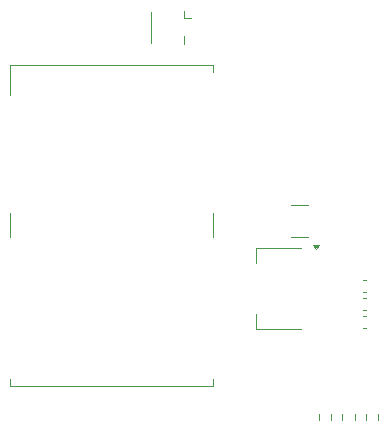
<source format=gbr>
%TF.GenerationSoftware,KiCad,Pcbnew,9.0.3*%
%TF.CreationDate,2025-07-30T22:19:27+08:00*%
%TF.ProjectId,airspeed_BIO,61697273-7065-4656-945f-42494f2e6b69,rev?*%
%TF.SameCoordinates,Original*%
%TF.FileFunction,Legend,Bot*%
%TF.FilePolarity,Positive*%
%FSLAX46Y46*%
G04 Gerber Fmt 4.6, Leading zero omitted, Abs format (unit mm)*
G04 Created by KiCad (PCBNEW 9.0.3) date 2025-07-30 22:19:27*
%MOMM*%
%LPD*%
G01*
G04 APERTURE LIST*
%ADD10C,0.120000*%
G04 APERTURE END LIST*
D10*
%TO.C,R19*%
X127277500Y-97237258D02*
X127277500Y-96762742D01*
X128322500Y-97237258D02*
X128322500Y-96762742D01*
%TO.C,R17*%
X125277500Y-97237258D02*
X125277500Y-96762742D01*
X126322500Y-97237258D02*
X126322500Y-96762742D01*
%TO.C,C9*%
X129034420Y-88390000D02*
X129315580Y-88390000D01*
X129034420Y-89410000D02*
X129315580Y-89410000D01*
%TO.C,C13*%
X122913748Y-79040000D02*
X124336252Y-79040000D01*
X122913748Y-81760000D02*
X124336252Y-81760000D01*
%TO.C,U7*%
X99140000Y-67150000D02*
X99140000Y-69750000D01*
X99140000Y-67150000D02*
X116340000Y-67150000D01*
X99140000Y-79750000D02*
X99140000Y-81750000D01*
X99140000Y-93750000D02*
X99140000Y-94350000D01*
X99140000Y-94350000D02*
X116340000Y-94350000D01*
X116340000Y-67150000D02*
X116340000Y-67750000D01*
X116340000Y-79750000D02*
X116340000Y-81750000D01*
X116340000Y-94350000D02*
X116340000Y-93750000D01*
%TO.C,U2*%
X119990000Y-82690000D02*
X119990000Y-83950000D01*
X119990000Y-89510000D02*
X119990000Y-88250000D01*
X123750000Y-82690000D02*
X119990000Y-82690000D01*
X123750000Y-89510000D02*
X119990000Y-89510000D01*
X125030000Y-82790000D02*
X124790000Y-82460000D01*
X125270000Y-82460000D01*
X125030000Y-82790000D01*
G36*
X125030000Y-82790000D02*
G01*
X124790000Y-82460000D01*
X125270000Y-82460000D01*
X125030000Y-82790000D01*
G37*
%TO.C,C8*%
X129034420Y-85380000D02*
X129315580Y-85380000D01*
X129034420Y-86400000D02*
X129315580Y-86400000D01*
%TO.C,R18*%
X129277500Y-97237258D02*
X129277500Y-96762742D01*
X130322500Y-97237258D02*
X130322500Y-96762742D01*
%TO.C,J4*%
X111115000Y-62650000D02*
X111115000Y-65350000D01*
X113835000Y-62600000D02*
X113835000Y-63240000D01*
X113835000Y-63240000D02*
X114465000Y-63240000D01*
X113835000Y-65400000D02*
X113835000Y-64760000D01*
%TO.C,C7*%
X129034420Y-86890000D02*
X129315580Y-86890000D01*
X129034420Y-87910000D02*
X129315580Y-87910000D01*
%TD*%
M02*

</source>
